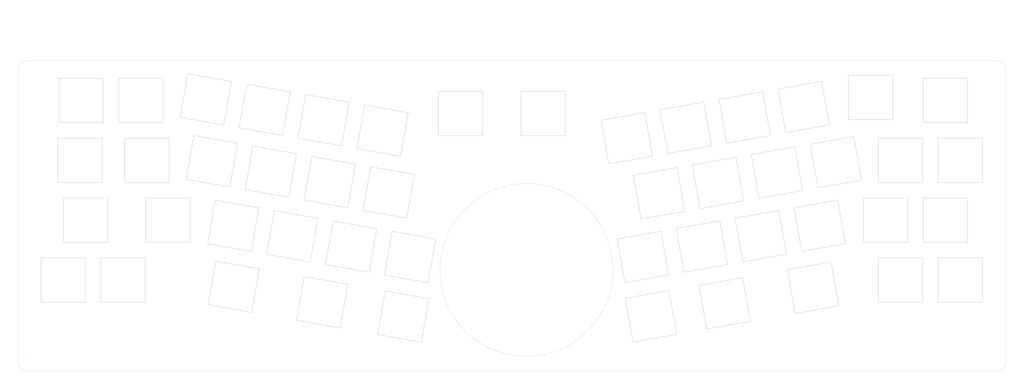
<source format=kicad_pcb>
(kicad_pcb (version 20211014) (generator pcbnew)
  (layers (0 "F.Cu" signal) (31 "B.Cu" signal) (34 "B.Paste" user) (35 "F.Paste" user) (36 "B.SilkS" user "B.Silkscreen") (37 "F.SilkS" user "F.Silkscreen") (38 "B.Mask" user) (39 "F.Mask" user) (44 "Edge.Cuts" user))
  (net 0 "")
  (footprint "kbd_SW_Hole:SW_Hole_1" (layer "F.Cu") (at 55.245 49.021817)
    (fp_text reference "SW6" hide)
    (fp_text value "SW_PUSH" hide)
    (fp_line (start 7.05 7.05) (end -7.05 7.05) (layer "Edge.Cuts") (width 0.15))
    (fp_line (start 7.05 -7.05) (end 7.05 7.05) (layer "Edge.Cuts") (width 0.15))
    (fp_line (start -7.05 7.05) (end -7.05 -7.05) (layer "Edge.Cuts") (width 0.15))
    (fp_line (start -7.05 -7.05) (end 7.05 -7.05) (layer "Edge.Cuts") (width 0.15))
  )
  (footprint "kbd_SW_Hole:SW_Hole_1" (layer "F.Cu") (at 53.34 29.971817)
    (fp_text reference "SW5" hide)
    (fp_text value "SW_PUSH" hide)
    (fp_line (start 7.05 -7.05) (end 7.05 7.05) (layer "Edge.Cuts") (width 0.15))
    (fp_line (start 7.05 7.05) (end -7.05 7.05) (layer "Edge.Cuts") (width 0.15))
    (fp_line (start -7.05 -7.05) (end 7.05 -7.05) (layer "Edge.Cuts") (width 0.15))
    (fp_line (start -7.05 7.05) (end -7.05 -7.05) (layer "Edge.Cuts") (width 0.15))
  )
  (footprint "kbd_SW_Hole:SW_Hole_1.75" (layer "F.Cu") (at 35.717167 68.063934)
    (fp_text reference "SW3" hide)
    (fp_text value "SW_PUSH" hide)
    (fp_line (start 7.05 -7.05) (end 7.05 7.05) (layer "Edge.Cuts") (width 0.15))
    (fp_line (start -7.05 7.05) (end -7.05 -7.05) (layer "Edge.Cuts") (width 0.15))
    (fp_line (start 7.05 7.05) (end -7.05 7.05) (layer "Edge.Cuts") (width 0.15))
    (fp_line (start -7.05 -7.05) (end 7.05 -7.05) (layer "Edge.Cuts") (width 0.15))
  )
  (footprint "kbd_SW_Hole:SW_Hole_1" (layer "F.Cu") (at 34.29 29.971817)
    (fp_text reference "SW1" hide)
    (fp_text value "SW_PUSH" hide)
    (fp_line (start -7.05 -7.05) (end 7.05 -7.05) (layer "Edge.Cuts") (width 0.15))
    (fp_line (start 7.05 -7.05) (end 7.05 7.05) (layer "Edge.Cuts") (width 0.15))
    (fp_line (start -7.05 7.05) (end -7.05 -7.05) (layer "Edge.Cuts") (width 0.15))
    (fp_line (start 7.05 7.05) (end -7.05 7.05) (layer "Edge.Cuts") (width 0.15))
  )
  (footprint "kbd_SW_Hole:SW_Hole_1.25" (layer "F.Cu") (at 33.909 49.021817)
    (fp_text reference "SW2" hide)
    (fp_text value "KEY_SWITCH" hide)
    (fp_line (start 7.05 7.05) (end -7.05 7.05) (layer "Edge.Cuts") (width 0.15))
    (fp_line (start -7.05 -7.05) (end 7.05 -7.05) (layer "Edge.Cuts") (width 0.15))
    (fp_line (start -7.05 7.05) (end -7.05 -7.05) (layer "Edge.Cuts") (width 0.15))
    (fp_line (start 7.05 -7.05) (end 7.05 7.05) (layer "Edge.Cuts") (width 0.15))
  )
  (footprint "kbd_SW_Hole:SW_Hole_1.75u" (layer "F.Cu") (at 111.029499 94.212088 170)
    (fp_text reference "SW16" hide)
    (fp_text value "KEY_SWITCH" hide)
    (fp_line (start 7.05 -7.05) (end 7.05 7.05) (layer "Edge.Cuts") (width 0.15))
    (fp_line (start -7.05 -7.05) (end 7.05 -7.05) (layer "Edge.Cuts") (width 0.15))
    (fp_line (start -7.05 7.05) (end -7.05 -7.05) (layer "Edge.Cuts") (width 0.15))
    (fp_line (start 7.05 7.05) (end -7.05 7.05) (layer "Edge.Cuts") (width 0.15))
  )
  (footprint "kbd_SW_Hole:SW_Hole_1" (layer "F.Cu") (at 47.625 87.121817)
    (fp_text reference "SW8" hide)
    (fp_text value "SW_PUSH" hide)
    (fp_line (start -7.05 -7.05) (end 7.05 -7.05) (layer "Edge.Cuts") (width 0.15))
    (fp_line (start 7.05 -7.05) (end 7.05 7.05) (layer "Edge.Cuts") (width 0.15))
    (fp_line (start -7.05 7.05) (end -7.05 -7.05) (layer "Edge.Cuts") (width 0.15))
    (fp_line (start 7.05 7.05) (end -7.05 7.05) (layer "Edge.Cuts") (width 0.15))
  )
  (footprint "kbd_SW_Hole:SW_Hole_1" (layer "F.Cu") (at 61.9125 68.071817)
    (fp_text reference "SW7" hide)
    (fp_text value "SW_PUSH" hide)
    (fp_line (start -7.05 7.05) (end -7.05 -7.05) (layer "Edge.Cuts") (width 0.15))
    (fp_line (start -7.05 -7.05) (end 7.05 -7.05) (layer "Edge.Cuts") (width 0.15))
    (fp_line (start 7.05 7.05) (end -7.05 7.05) (layer "Edge.Cuts") (width 0.15))
    (fp_line (start 7.05 -7.05) (end 7.05 7.05) (layer "Edge.Cuts") (width 0.15))
  )
  (footprint "kbd_SW_Hole:SW_Hole_1" (layer "F.Cu") (at 73.972946 29.646492 -10)
    (fp_text reference "SW9" hide)
    (fp_text value "SW_PUSH" hide)
    (fp_line (start -7.05 -7.05) (end 7.05 -7.05) (layer "Edge.Cuts") (width 0.15))
    (fp_line (start 7.05 7.05) (end -7.05 7.05) (layer "Edge.Cuts") (width 0.15))
    (fp_line (start -7.05 7.05) (end -7.05 -7.05) (layer "Edge.Cuts") (width 0.15))
    (fp_line (start 7.05 -7.05) (end 7.05 7.05) (layer "Edge.Cuts") (width 0.15))
  )
  (footprint "kbd_SW_Hole:SW_Hole_1" (layer "F.Cu") (at 28.575 87.121817)
    (fp_text reference "SW4" hide)
    (fp_text value "SW_PUSH" hide)
    (fp_line (start 7.05 7.05) (end -7.05 7.05) (layer "Edge.Cuts") (width 0.15))
    (fp_line (start -7.05 -7.05) (end 7.05 -7.05) (layer "Edge.Cuts") (width 0.15))
    (fp_line (start 7.05 -7.05) (end 7.05 7.05) (layer "Edge.Cuts") (width 0.15))
    (fp_line (start -7.05 7.05) (end -7.05 -7.05) (layer "Edge.Cuts") (width 0.15))
  )
  (footprint "kbd_SW_Hole:SW_Hole_1" (layer "F.Cu") (at 92.733533 32.95449 -10)
    (fp_text reference "SW13" hide)
    (fp_text value "SW_PUSH" hide)
    (fp_line (start 7.05 7.05) (end -7.05 7.05) (layer "Edge.Cuts") (width 0.15))
    (fp_line (start 7.05 -7.05) (end 7.05 7.05) (layer "Edge.Cuts") (width 0.15))
    (fp_line (start -7.05 7.05) (end -7.05 -7.05) (layer "Edge.Cuts") (width 0.15))
    (fp_line (start -7.05 -7.05) (end 7.05 -7.05) (layer "Edge.Cuts") (width 0.15))
  )
  (footprint "kbd_SW_Hole:SW_Hole_1" (layer "F.Cu") (at 136.840032 98.763287 -10)
    (fp_text reference "SW23" hide)
    (fp_text value "SW_PUSH" hide)
    (fp_line (start 7.05 7.05) (end -7.05 7.05) (layer "Edge.Cuts") (width 0.15))
    (fp_line (start 7.05 -7.05) (end 7.05 7.05) (layer "Edge.Cuts") (width 0.15))
    (fp_line (start -7.05 7.05) (end -7.05 -7.05) (layer "Edge.Cuts") (width 0.15))
    (fp_line (start -7.05 -7.05) (end 7.05 -7.05) (layer "Edge.Cuts") (width 0.15))
  )
  (footprint "kbd_SW_Hole:SW_Hole_1" (layer "F.Cu") (at 111.494121 36.262488 -10)
    (fp_text reference "SW17" hide)
    (fp_text value "SW_PUSH" hide)
    (fp_line (start 7.05 7.05) (end -7.05 7.05) (layer "Edge.Cuts") (width 0.15))
    (fp_line (start -7.05 7.05) (end -7.05 -7.05) (layer "Edge.Cuts") (width 0.15))
    (fp_line (start -7.05 -7.05) (end 7.05 -7.05) (layer "Edge.Cuts") (width 0.15))
    (fp_line (start 7.05 -7.05) (end 7.05 7.05) (layer "Edge.Cuts") (width 0.15))
  )
  (footprint "kbd_SW_Hole:SW_Hole_1" (layer "F.Cu") (at 130.254709 39.570487 -10)
    (fp_text reference "SW20" hide)
    (fp_text value "SW_PUSH" hide)
    (fp_line (start -7.05 7.05) (end -7.05 -7.05) (layer "Edge.Cuts") (width 0.15))
    (fp_line (start 7.05 7.05) (end -7.05 7.05) (layer "Edge.Cuts") (width 0.15))
    (fp_line (start -7.05 -7.05) (end 7.05 -7.05) (layer "Edge.Cuts") (width 0.15))
    (fp_line (start 7.05 -7.05) (end 7.05 7.05) (layer "Edge.Cuts") (width 0.15))
  )
  (footprint "kbd_SW_Hole:SW_Hole_1" (layer "F.Cu") (at 181.356 34.0995)
    (fp_text reference "SW25" hide)
    (fp_text value "SW_PUSH" hide)
    (fp_line (start 7.05 -7.05) (end 7.05 7.05) (layer "Edge.Cuts") (width 0.15))
    (fp_line (start -7.05 -7.05) (end 7.05 -7.05) (layer "Edge.Cuts") (width 0.15))
    (fp_line (start 7.05 7.05) (end -7.05 7.05) (layer "Edge.Cuts") (width 0.15))
    (fp_line (start -7.05 7.05) (end -7.05 -7.05) (layer "Edge.Cuts") (width 0.15))
  )
  (footprint "kbd_SW_Hole:SW_Hole_1" (layer "F.Cu") (at 314.1345 87.121817)
    (fp_text reference "SW48" hide)
    (fp_text value "SW_PUSH" hide)
    (fp_line (start 7.05 -7.05) (end 7.05 7.05) (layer "Edge.Cuts") (width 0.15))
    (fp_line (start 7.05 7.05) (end -7.05 7.05) (layer "Edge.Cuts") (width 0.15))
    (fp_line (start -7.05 -7.05) (end 7.05 -7.05) (layer "Edge.Cuts") (width 0.15))
    (fp_line (start -7.05 7.05) (end -7.05 -7.05) (layer "Edge.Cuts") (width 0.15))
  )
  (footprint "kbd_SW_Hole:SW_Hole_1" (layer "F.Cu") (at 314.1345 49.021817)
    (fp_text reference "SW46" hide)
    (fp_text value "SW_PUSH" hide)
    (fp_line (start 7.05 7.05) (end -7.05 7.05) (layer "Edge.Cuts") (width 0.15))
    (fp_line (start -7.05 7.05) (end -7.05 -7.05) (layer "Edge.Cuts") (width 0.15))
    (fp_line (start 7.05 -7.05) (end 7.05 7.05) (layer "Edge.Cuts") (width 0.15))
    (fp_line (start -7.05 -7.05) (end 7.05 -7.05) (layer "Edge.Cuts") (width 0.15))
  )
  (footprint "kbd_SW_Hole:SW_Hole_1" (layer "F.Cu") (at 309.372 68.071817)
    (fp_text reference "SW47" hide)
    (fp_text value "SW_PUSH" hide)
    (fp_line (start -7.05 -7.05) (end 7.05 -7.05) (layer "Edge.Cuts") (width 0.15))
    (fp_line (start 7.05 7.05) (end -7.05 7.05) (layer "Edge.Cuts") (width 0.15))
    (fp_line (start 7.05 -7.05) (end 7.05 7.05) (layer "Edge.Cuts") (width 0.15))
    (fp_line (start -7.05 7.05) (end -7.05 -7.05) (layer "Edge.Cuts") (width 0.15))
  )
  (footprint "kbd_SW_Hole:SW_Hole_1.5" (layer "F.Cu") (at 309.372 29.971817)
    (fp_text reference "SW45" hide)
    (fp_text value "SW_PUSH" hide)
    (fp_line (start -7.05 -7.05) (end 7.05 -7.05) (layer "Edge.Cuts") (width 0.15))
    (fp_line (start 7.05 -7.05) (end 7.05 7.05) (layer "Edge.Cuts") (width 0.15))
    (fp_line (start -7.05 7.05) (end -7.05 -7.05) (layer "Edge.Cuts") (width 0.15))
    (fp_line (start 7.05 7.05) (end -7.05 7.05) (layer "Edge.Cuts") (width 0.15))
  )
  (footprint "kbd_Hole:m2_Screw_Hole_EdgeCuts" (layer "F.Cu") (at 16.075 21.55)
    (fp_text reference "J4" hide)
    (fp_text value "Conn_01x01" hide)
    (fp_circle (center 0 0) (end 1.1 0) (layer "Edge.Cuts") (width 0.01) (fill none))
  )
  (footprint "kbd_Hole:m2_Screw_Hole_EdgeCuts" (layer "F.Cu") (at 16.075 66.65)
    (fp_text reference "J5" hide)
    (fp_text value "Conn_01x01" hide)
    (fp_circle (center 0 0) (end 1.1 0) (layer "Edge.Cuts") (width 0.01) (fill none))
  )
  (footprint "kbd_Hole:m2_Screw_Hole_EdgeCuts" (layer "F.Cu") (at 16.075 111.75)
    (fp_text reference "J6" hide)
    (fp_text value "Conn_01x01" hide)
    (fp_circle (center 0 0) (end 1.1 0) (layer "Edge.Cuts") (width 0.01) (fill none))
  )
  (footprint "kbd_Hole:m2_Screw_Hole_EdgeCuts" (layer "F.Cu") (at 326.825 21.55)
    (fp_text reference "J11" hide)
    (fp_text value "Conn_01x01" hide)
    (fp_circle (center 0 0) (end 1.1 0) (layer "Edge.Cuts") (width 0.01) (fill none))
  )
  (footprint "kbd_Hole:m2_Screw_Hole_EdgeCuts" (layer "F.Cu") (at 326.825 66.65)
    (fp_text reference "J13" hide)
    (fp_text value "Conn_01x01" hide)
    (fp_circle (center 0 0) (end 1.1 0) (layer "Edge.Cuts") (width 0.01) (fill none))
  )
  (footprint "kbd_Hole:m2_Screw_Hole_EdgeCuts" (layer "F.Cu") (at 326.825 111.75)
    (fp_text reference "J15" hide)
    (fp_text value "Conn_01x01" hide)
    (fp_circle (center 0 0) (end 1.1 0) (layer "Edge.Cuts") (width 0.01) (fill none))
  )
  (footprint "kbd_Hole:m2_Screw_Hole_Fab" (layer "F.Cu") (at 11.075 13.05)
    (fp_text reference "J1" hide)
    (fp_text value "Conn_01x01" hide)
  )
  (footprint "kbd_Hole:m2_Screw_Hole_Fab" (layer "F.Cu") (at 11.075 66.65)
    (fp_text reference "J2" hide)
    (fp_text value "Conn_01x01" hide)
  )
  (footprint "kbd_Hole:m2_Screw_Hole_Fab" (layer "F.Cu") (at 11.075 120.25)
    (fp_text reference "J3" hide)
    (fp_text value "Conn_01x01" hide)
  )
  (footprint "kbd_Hole:m2_Screw_Hole_Fab" (layer "F.Cu") (at 108.575 13.05)
    (fp_text reference "J7" hide)
    (fp_text value "Conn_01x01" hide)
  )
  (footprint "kbd_Hole:m2_Screw_Hole_Fab" (layer "F.Cu") (at 234.325 13.05)
    (fp_text reference "J9" hide)
    (fp_text value "Conn_01x01" hide)
  )
  (footprint "kbd_Hole:m2_Screw_Hole_Fab" (layer "F.Cu") (at 108.575 120.25)
    (fp_text reference "J8" hide)
    (fp_text value "Conn_01x01" hide)
  )
  (footprint "kbd_Hole:m2_Screw_Hole_Fab" (layer "F.Cu") (at 234.325 120.25)
    (fp_text reference "J10" hide)
    (fp_text value "Conn_01x01" hide)
  )
  (footprint "kbd_Hole:m2_Screw_Hole_Fab" (layer "F.Cu") (at 331.825 13.05)
    (fp_text reference "J12" hide)
    (fp_text value "Conn_01x01" hide)
  )
  (footprint "kbd_Hole:m2_Screw_Hole_Fab" (layer "F.Cu") (at 331.825 66.65)
    (fp_text reference "J14" hide)
    (fp_text value "Conn_01x01" hide)
  )
  (footprint "kbd_Hole:m2_Screw_Hole_Fab" (layer "F.Cu") (at 331.825 120.25)
    (fp_text reference "J16" hide)
    (fp_text value "Conn_01x01" hide)
  )
  (footprint "kbd_SW_Hole:SW_Hole_1" (layer "F.Cu") (at 295.0845 49.021817)
    (fp_text reference "SW42" hide)
    (fp_text value "SW_PUSH" hide)
    (fp_line (start 7.05 7.05) (end -7.05 7.05) (layer "Edge.Cuts") (width 0.15))
    (fp_line (start 7.05 -7.05) (end 7.05 7.05) (layer "Edge.Cuts") (width 0.15))
    (fp_line (start -7.05 7.05) (end -7.05 -7.05) (layer "Edge.Cuts") (width 0.15))
    (fp_line (start -7.05 -7.05) (end 7.05 -7.05) (layer "Edge.Cuts") (width 0.15))
  )
  (footprint "kbd_SW_Hole:SW_Hole_1" (layer "F.Cu") (at 215.652044 98.659405 10)
    (fp_text reference "SW29" hide)
    (fp_text value "SW_PUSH" hide)
    (fp_line (start 7.05 7.05) (end -7.05 7.05) (layer "Edge.Cuts") (width 0.15))
    (fp_line (start -7.05 7.05) (end -7.05 -7.05) (layer "Edge.Cuts") (width 0.15))
    (fp_line (start -7.05 -7.05) (end 7.05 -7.05) (layer "Edge.Cuts") (width 0.15))
    (fp_line (start 7.05 -7.05) (end 7.05 7.05) (layer "Edge.Cuts") (width 0.15))
  )
  (footprint "kbd_SW_Hole:SW_Hole_1" (layer "F.Cu") (at 269.376233 69.842504 10)
    (fp_text reference "SW39" hide)
    (fp_text value "SW_PUSH" hide)
    (fp_line (start 7.05 7.05) (end -7.05 7.05) (layer "Edge.Cuts") (width 0.15))
    (fp_line (start 7.05 -7.05) (end 7.05 7.05) (layer "Edge.Cuts") (width 0.15))
    (fp_line (start -7.05 -7.05) (end 7.05 -7.05) (layer "Edge.Cuts") (width 0.15))
    (fp_line (start -7.05 7.05) (end -7.05 -7.05) (layer "Edge.Cuts") (width 0.15))
  )
  (footprint "kbd_SW_Hole:SW_Hole_1" (layer "F.Cu") (at 264.261084 32.056689 10)
    (fp_text reference "SW37" hide)
    (fp_text value "SW_PUSH" hide)
    (fp_line (start 7.05 7.05) (end -7.05 7.05) (layer "Edge.Cuts") (width 0.15))
    (fp_line (start -7.05 -7.05) (end 7.05 -7.05) (layer "Edge.Cuts") (width 0.15))
    (fp_line (start 7.05 -7.05) (end 7.05 7.05) (layer "Edge.Cuts") (width 0.15))
    (fp_line (start -7.05 7.05) (end -7.05 -7.05) (layer "Edge.Cuts") (width 0.15))
  )
  (footprint "kbd_SW_Hole:SW_Hole_1" (layer "F.Cu") (at 75.917912 49.33332 -10)
    (fp_text reference "SW10" hide)
    (fp_text value "SW_PUSH" hide)
    (fp_line (start 7.05 -7.05) (end 7.05 7.05) (layer "Edge.Cuts") (width 0.15))
    (fp_line (start 7.05 7.05) (end -7.05 7.05) (layer "Edge.Cuts") (width 0.15))
    (fp_line (start -7.05 -7.05) (end 7.05 -7.05) (layer "Edge.Cuts") (width 0.15))
    (fp_line (start -7.05 7.05) (end -7.05 -7.05) (layer "Edge.Cuts") (width 0.15))
  )
  (footprint "kbd_SW_Hole:SW_Hole_1" (layer "F.Cu") (at 285.5595 29.019317)
    (fp_text reference "SW41" hide)
    (fp_text value "SW_PUSH" hide)
    (fp_line (start 7.05 7.05) (end -7.05 7.05) (layer "Edge.Cuts") (width 0.15))
    (fp_line (start -7.05 -7.05) (end 7.05 -7.05) (layer "Edge.Cuts") (width 0.15))
    (fp_line (start -7.05 7.05) (end -7.05 -7.05) (layer "Edge.Cuts") (width 0.15))
    (fp_line (start 7.05 -7.05) (end 7.05 7.05) (layer "Edge.Cuts") (width 0.15))
  )
  (footprint "kbd_SW_Hole:SW_Hole_1" (layer "F.Cu") (at 120.261807 76.496223 -10)
    (fp_text reference "SW19" hide)
    (fp_text value "SW_PUSH" hide)
    (fp_line (start 7.05 -7.05) (end 7.05 7.05) (layer "Edge.Cuts") (width 0.15))
    (fp_line (start 7.05 7.05) (end -7.05 7.05) (layer "Edge.Cuts") (width 0.15))
    (fp_line (start -7.05 7.05) (end -7.05 -7.05) (layer "Edge.Cuts") (width 0.15))
    (fp_line (start -7.05 -7.05) (end 7.05 -7.05) (layer "Edge.Cuts") (width 0.15))
  )
  (footprint "kbd_SW_Hole:SW_Hole_1" (layer "F.Cu") (at 250.615645 73.150502 10)
    (fp_text reference "SW36" hide)
    (fp_text value "SW_PUSH" hide)
    (fp_line (start 7.05 -7.05) (end 7.05 7.05) (layer "Edge.Cuts") (width 0.15))
    (fp_line (start -7.05 7.05) (end -7.05 -7.05) (layer "Edge.Cuts") (width 0.15))
    (fp_line (start 7.05 7.05) (end -7.05 7.05) (layer "Edge.Cuts") (width 0.15))
    (fp_line (start -7.05 -7.05) (end 7.05 -7.05) (layer "Edge.Cuts") (width 0.15))
  )
  (footprint "kbd_SW_Hole:SW_Hole_1.25u" (layer "F.Cu") (at 82.886526 89.245681 -10)
    (fp_text reference "SW12" hide)
    (fp_text value "SW_PUSH" hide)
    (fp_line (start -7.05 -7.05) (end 7.05 -7.05) (layer "Edge.Cuts") (width 0.15))
    (fp_line (start 7.05 -7.05) (end 7.05 7.05) (layer "Edge.Cuts") (width 0.15))
    (fp_line (start 7.05 7.05) (end -7.05 7.05) (layer "Edge.Cuts") (width 0.15))
    (fp_line (start -7.05 7.05) (end -7.05 -7.05) (layer "Edge.Cuts") (width 0.15))
  )
  (footprint "kbd_SW_Hole:SW_Hole_1" (layer "F.Cu") (at 226.739909 38.672684 10)
    (fp_text reference "SW30" hide)
    (fp_text value "SW_PUSH" hide)
    (fp_line (start 7.05 -7.05) (end 7.05 7.05) (layer "Edge.Cuts") (width 0.15))
    (fp_line (start 7.05 7.05) (end -7.05 7.05) (layer "Edge.Cuts") (width 0.15))
    (fp_line (start -7.05 -7.05) (end 7.05 -7.05) (layer "Edge.Cuts") (width 0.15))
    (fp_line (start -7.05 7.05) (end -7.05 -7.05) (layer "Edge.Cuts") (width 0.15))
  )
  (footprint "kbd_SW_Hole:SW_Hole_1" (layer "F.Cu") (at 236.989324 56.209313 10)
    (fp_text reference "SW31" hide)
    (fp_text value "SW_PUSH" hide)
    (fp_line (start -7.05 7.05) (end -7.05 -7.05) (layer "Edge.Cuts") (width 0.15))
    (fp_line (start 7.05 -7.05) (end 7.05 7.05) (layer "Edge.Cuts") (width 0.15))
    (fp_line (start -7.05 -7.05) (end 7.05 -7.05) (layer "Edge.Cuts") (width 0.15))
    (fp_line (start 7.05 7.05) (end -7.05 7.05) (layer "Edge.Cuts") (width 0.15))
  )
  (footprint "kbd_SW_Hole:SW_Hole_1" (layer "F.Cu") (at 274.5105 49.593317 10)
    (fp_text reference "SW38" hide)
    (fp_text value "SW_PUSH" hide)
    (fp_line (start 7.05 -7.05) (end 7.05 7.05) (layer "Edge.Cuts") (width 0.15))
    (fp_line (start -7.05 -7.05) (end 7.05 -7.05) (layer "Edge.Cuts") (width 0.15))
    (fp_line (start -7.05 7.05) (end -7.05 -7.05) (layer "Edge.Cuts") (width 0.15))
    (fp_line (start 7.05 7.05) (end -7.05 7.05) (layer "Edge.Cuts") (width 0.15))
  )
  (footprint "kbd_SW_Hole:SW_Hole_1" (layer "F.Cu") (at 255.749912 52.901315 10)
    (fp_text reference "SW35" hide)
    (fp_text value "SW_PUSH" hide)
    (fp_line (start 7.05 7.05) (end -7.05 7.05) (layer "Edge.Cuts") (width 0.15))
    (fp_line (start -7.05 -7.05) (end 7.05 -7.05) (layer "Edge.Cuts") (width 0.15))
    (fp_line (start -7.05 7.05) (end -7.05 -7.05) (layer "Edge.Cuts") (width 0.15))
    (fp_line (start 7.05 -7.05) (end 7.05 7.05) (layer "Edge.Cuts") (width 0.15))
  )
  (footprint "kbd_SW_Hole:SW_Hole_1.5u" (layer "F.Cu") (at 267.271167 89.56361 10)
    (fp_text reference "SW40" hide)
    (fp_text value "SW_PUSH" hide)
    (fp_line (start -7.05 7.05) (end -7.05 -7.05) (layer "Edge.Cuts") (width 0.15))
    (fp_line (start -7.05 -7.05) (end 7.05 -7.05) (layer "Edge.Cuts") (width 0.15))
    (fp_line (start 7.05 7.05) (end -7.05 7.05) (layer "Edge.Cuts") (width 0.15))
    (fp_line (start 7.05 -7.05) (end 7.05 7.05) (layer "Edge.Cuts") (width 0.15))
  )
  (footprint "kbd_SW_Hole:SW_Hole_1" (layer "F.Cu") (at 213.09447 79.766497 10)
    (fp_text reference "SW28" hide)
    (fp_text value "SW_PUSH" hide)
    (fp_line (start -7.05 7.05) (end -7.05 -7.05) (layer "Edge.Cuts") (width 0.15))
    (fp_line (start 7.05 -7.05) (end 7.05 7.05) (layer "Edge.Cuts") (width 0.15))
    (fp_line (start -7.05 -7.05) (end 7.05 -7.05) (layer "Edge.Cuts") (width 0.15))
    (fp_line (start 7.05 7.05) (end -7.05 7.05) (layer "Edge.Cuts") (width 0.15))
  )
  (footprint "kbd_SW_Hole:SW_Hole_1" (layer "F.Cu") (at 132.199675 59.257313 -10)
    (fp_text reference "SW21" hide)
    (fp_text value "SW_PUSH" hide)
    (fp_line (start -7.05 7.05) (end -7.05 -7.05) (layer "Edge.Cuts") (width 0.15))
    (fp_line (start 7.05 -7.05) (end 7.05 7.05) (layer "Edge.Cuts") (width 0.15))
    (fp_line (start -7.05 -7.05) (end 7.05 -7.05) (layer "Edge.Cuts") (width 0.15))
    (fp_line (start 7.05 7.05) (end -7.05 7.05) (layer "Edge.Cuts") (width 0.15))
  )
  (footprint "kbd_SW_Hole:SW_Hole_1" (layer "F.Cu") (at 113.439087 55.949315 -10)
    (fp_text reference "SW18" hide)
    (fp_text value "SW_PUSH" hide)
    (fp_line (start 7.05 7.05) (end -7.05 7.05) (layer "Edge.Cuts") (width 0.15))
    (fp_line (start 7.05 -7.05) (end 7.05 7.05) (layer "Edge.Cuts") (width 0.15))
    (fp_line (start -7.05 7.05) (end -7.05 -7.05) (layer "Edge.Cuts") (width 0.15))
    (fp_line (start -7.05 -7.05) (end 7.05 -7.05) (layer "Edge.Cuts") (width 0.15))
  )
  (footprint "kbd_SW_Hole:SW_Hole_1" (layer "F.Cu") (at 290.322 68.071817)
    (fp_text reference "SW43" hide)
    (fp_text value "SW_PUSH" hide)
    (fp_line (start -7.05 -7.05) (end 7.05 -7.05) (layer "Edge.Cuts") (width 0.15))
    (fp_line (start -7.05 7.05) (end -7.05 -7.05) (layer "Edge.Cuts") (width 0.15))
    (fp_line (start 7.05 -7.05) (end 7.05 7.05) (layer "Edge.Cuts") (width 0.15))
    (fp_line (start 7.05 7.05) (end -7.05 7.05) (layer "Edge.Cuts") (width 0.15))
  )
  (footprint "kbd_SW_Hole:SW_Hole_1" (layer "F.Cu") (at 101.501219 73.188225 -10)
    (fp_text reference "SW15" hide)
    (fp_text value "SW_PUSH" hide)
    (fp_line (start 7.05 7.05) (end -7.05 7.05) (layer "Edge.Cuts") (width 0.15))
    (fp_line (start 7.05 -7.05) (end 7.05 7.05) (layer "Edge.Cuts") (width 0.15))
    (fp_line (start -7.05 -7.05) (end 7.05 -7.05) (layer "Edge.Cuts") (width 0.15))
    (fp_line (start -7.05 7.05) (end -7.05 -7.05) (layer "Edge.Cuts") (width 0.15))
  )
  (footprint "kbd_SW_Hole:SW_Hole_1" (layer "F.Cu") (at 139.022395 79.804219 -10)
    (fp_text reference "SW22" hide)
    (fp_text value "SW_PUSH" hide)
    (fp_line (start -7.05 -7.05) (end 7.05 -7.05) (layer "Edge.Cuts") (width 0.15))
    (fp_line (start -7.05 7.05) (end -7.05 -7.05) (layer "Edge.Cuts") (width 0.15))
    (fp_line (start 7.05 7.05) (end -7.05 7.05) (layer "Edge.Cuts") (width 0.15))
    (fp_line (start 7.05 -7.05) (end 7.05 7.05) (layer "Edge.Cuts") (width 0.15))
  )
  (footprint "kbd_SW_Hole:SW_Hole_1" (layer "F.Cu") (at 207.979321 41.980682 10)
    (fp_text reference "SW26" hide)
    (fp_text value "SW_PUSH" hide)
    (fp_line (start 7.05 -7.05) (end 7.05 7.05) (layer "Edge.Cuts") (width 0.15))
    (fp_line (start -7.05 -7.05) (end 7.05 -7.05) (layer "Edge.Cuts") (width 0.15))
    (fp_line (start -7.05 7.05) (end -7.05 -7.05) (layer "Edge.Cuts") (width 0.15))
    (fp_line (start 7.05 7.05) (end -7.05 7.05) (layer "Edge.Cuts") (width 0.15))
  )
  (footprint "kbd_SW_Hole:SW_Hole_1" (layer "F.Cu") (at 94.6785 52.641317 -10)
    (fp_text reference "SW14" hide)
    (fp_text value "SW_PUSH" hide)
    (fp_line (start 7.05 7.05) (end -7.05 7.05) (layer "Edge.Cuts") (width 0.15))
    (fp_line (start -7.05 -7.05) (end 7.05 -7.05) (layer "Edge.Cuts") (width 0.15))
    (fp_line (start 7.05 -7.05) (end 7.05 7.05) (layer "Edge.Cuts") (width 0.15))
    (fp_line (start -7.05 7.05) (end -7.05 -7.05) (layer "Edge.Cuts") (width 0.15))
  )
  (footprint "kbd_SW_Hole:SW_Hole_1" (layer "F.Cu") (at 245.500497 35.364687 10)
    (fp_text reference "SW34" hide)
    (fp_text value "SW_PUSH" hide)
    (fp_line (start -7.05 -7.05) (end 7.05 -7.05) (layer "Edge.Cuts") (width 0.15))
    (fp_line (start 7.05 -7.05) (end 7.05 7.05) (layer "Edge.Cuts") (width 0.15))
    (fp_line (start 7.05 7.05) (end -7.05 7.05) (layer "Edge.Cuts") (width 0.15))
    (fp_line (start -7.05 7.05) (end -7.05 -7.05) (layer "Edge.Cuts") (width 0.15))
  )
  (footprint "kbd_SW_Hole:SW_Hole_1.5u" (layer "F.Cu") (at 239.130286 94.525606 -170)
    (fp_text reference "SW33" hide)
    (fp_text value "KEY_SWITCH" hide)
    (fp_line (start -7.05 -7.05) (end 7.05 -7.05) (layer "Edge.Cuts") (width 0.15))
    (fp_line (start 7.05 -7.05) (end 7.05 7.05) (layer "Edge.Cuts") (width 0.15))
    (fp_line (start -7.05 7.05) (end -7.05 -7.05) (layer "Edge.Cuts") (width 0.15))
    (fp_line (start 7.05 7.05) (end -7.05 7.05) (layer "Edge.Cuts") (width 0.15))
  )
  (footprint "kbd_SW_Hole:SW_Hole_1" (layer "F.Cu") (at 295.0845 87.121817)
    (fp_text reference "SW44" hide)
    (fp_text value "SW_PUSH" hide)
    (fp_line (start -7.05 -7.05) (end 7.05 -7.05) (layer "Edge.Cuts") (width 0.15))
    (fp_line (start 7.05 7.05) (end -7.05 7.05) (layer "Edge.Cuts") (width 0.15))
    (fp_line (start -7.05 7.05) (end -7.05 -7.05) (layer "Edge.Cuts") (width 0.15))
    (fp_line (start 7.05 -7.05) (end 7.05 7.05) (layer "Edge.Cuts") (width 0.15))
  )
  (footprint "kbd_SW_Hole:SW_Hole_1" (layer "F.Cu") (at 231.855058 76.4585 10)
    (fp_text reference "SW32" hide)
    (fp_text value "SW_PUSH" hide)
    (fp_line (start -7.05 -7.05) (end 7.05 -7.05) (layer "Edge.Cuts") (width 0.15))
    (fp_line (start 7.05 -7.05) (end 7.05 7.05) (layer "Edge.Cuts") (width 0.15))
    (fp_line (start 7.05 7.05) (end -7.05 7.05) (layer "Edge.Cuts") (width 0.15))
    (fp_line (start -7.05 7.05) (end -7.05 -7.05) (layer "Edge.Cuts") (width 0.15))
  )
  (footprint "kbd_SW_Hole:SW_Hole_1" (layer "F.Cu") (at 82.740632 69.880226 -10)
    (fp_text reference "SW11" hide)
    (fp_text value "SW_PUSH" hide)
    (fp_line (start -7.05 7.05) (end -7.05 -7.05) (layer "Edge.Cuts") (width 0.15))
    (fp_line (start -7.05 -7.05) (end 7.05 -7.05) (layer "Edge.Cuts") (width 0.15))
    (fp_line (start 7.05 7.05) (end -7.05 7.05) (layer "Edge.Cuts") (width 0.15))
    (fp_line (start 7.05 -7.05) (end 7.05 7.05) (layer "Edge.Cuts") (width 0.15))
  )
  (footprint "kbd_SW_Hole:SW_Hole_1" (layer "F.Cu") (at 155.067 34.0995)
    (fp_text reference "SW24" hide)
    (fp_text value "SW_PUSH" hide)
    (fp_line (start -7.05 7.05) (end -7.05 -7.05) (layer "Edge.Cuts") (width 0.15))
    (fp_line (start -7.05 -7.05) (end 7.05 -7.05) (layer "Edge.Cuts") (width 0.15))
    (fp_line (start 7.05 -7.05) (end 7.05 7.05) (layer "Edge.Cuts") (width 0.15))
    (fp_line (start 7.05 7.05) (end -7.05 7.05) (layer "Edge.Cuts") (width 0.15))
  )
  (footprint "kbd_SW_Hole:SW_Hole_1" (layer "F.Cu") (at 218.228737 59.517311 10)
    (fp_text reference "SW27" hide)
    (fp_text value "SW_PUSH" hide)
    (fp_line (start 7.05 -7.05) (end 7.05 7.05) (layer "Edge.Cuts") (width 0.15))
    (fp_line (start 7.05 7.05) (end -7.05 7.05) (layer "Edge.Cuts") (width 0.15))
    (fp_line (start -7.05 -7.05) (end 7.05 -7.05) (layer "Edge.Cuts") (width 0.15))
    (fp_line (start -7.05 7.05) (end -7.05 -7.05) (layer "Edge.Cuts") (width 0.15))
  )
  (gr_arc (start 325.625 17.25) (mid 327.74632 18.12868) (end 328.625 20.25) (layer "Edge.Cuts") (width 0.1))
  (gr_arc (start 14.275 20.25) (mid 15.15368 18.12868) (end 17.275 17.25) (layer "Edge.Cuts") (width 0.1))
  (gr_arc (start 17.275 116.05) (mid 15.15368 115.17132) (end 14.275 113.05) (layer "Edge.Cuts") (width 0.1))
  (gr_line (start 325.625 17.25) (end 17.275 17.25) (layer "Edge.Cuts") (width 0.1))
  (gr_line (start 328.625 113.05) (end 328.625 20.25) (layer "Edge.Cuts") (width 0.1))
  (gr_circle (center 176.022 83.888) (end 203.522 83.888) (layer "Edge.Cuts") (width 0.1) (fill none))
  (gr_arc (start 328.625 113.05) (mid 327.74632 115.17132) (end 325.625 116.05) (layer "Edge.Cuts") (width 0.1))
  (gr_line (start 14.275 20.25) (end 14.275 113.05) (layer "Edge.Cuts") (width 0.1))
  (gr_line (start 17.275 116.05) (end 325.625 116.05) (layer "Edge.Cuts") (width 0.1))
)
</source>
